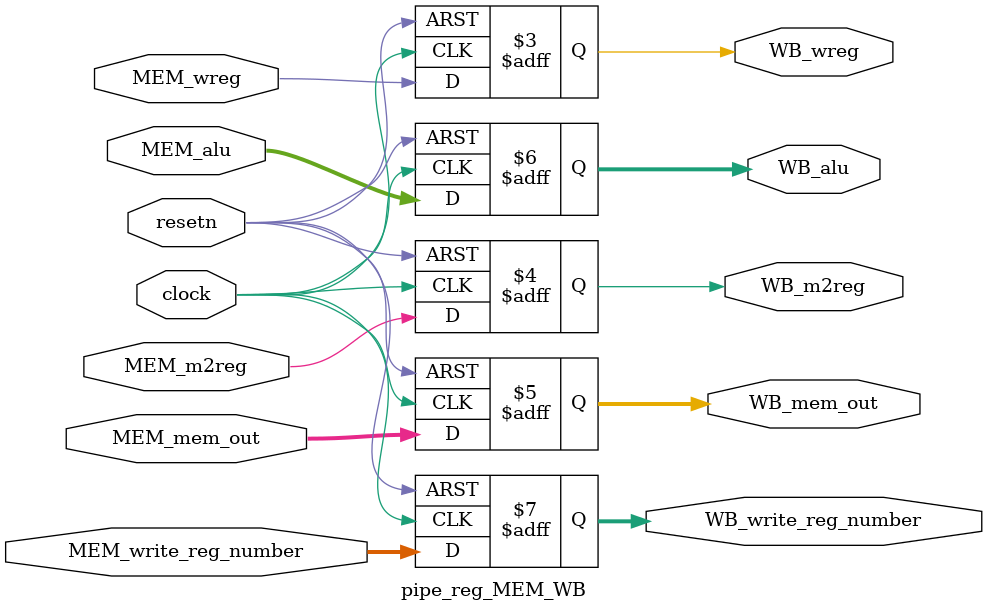
<source format=v>
`default_nettype none

module pipe_reg_MEM_WB(
    input clock, 
    input resetn, 
    input MEM_wreg, 
    input MEM_m2reg, 
    input [31: 0] MEM_mem_out, 
    input [31: 0] MEM_alu, 
    input [4: 0] MEM_write_reg_number, 

    output reg WB_wreg, 
    output reg WB_m2reg, 
    output reg [31: 0] WB_mem_out, 
    output reg [31: 0] WB_alu,
    output reg [4: 0] WB_write_reg_number
);
    // EXE/WB 部分寄存器

    always @ (posedge clock or negedge resetn)
    begin
        if (resetn == 0) begin
            WB_wreg <= 0;
            WB_m2reg <= 0;
            WB_mem_out <= 0;
            WB_alu <= 0;
            WB_write_reg_number <= 0;
        end else begin
            WB_wreg <= MEM_wreg;
            WB_m2reg <= MEM_m2reg;
            WB_mem_out <= MEM_mem_out;
            WB_alu <= MEM_alu;
            WB_write_reg_number <= MEM_write_reg_number;
        end 
    end

endmodule
</source>
